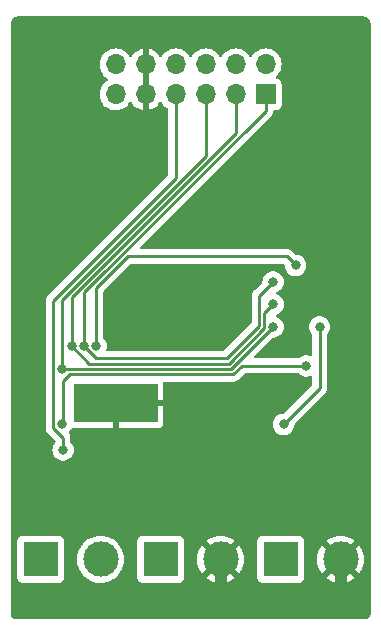
<source format=gbl>
G04 #@! TF.GenerationSoftware,KiCad,Pcbnew,7.0.9-7.0.9~ubuntu20.04.1*
G04 #@! TF.CreationDate,2024-01-18T00:40:07+01:00*
G04 #@! TF.ProjectId,kicad-pmod_bldc,6b696361-642d-4706-9d6f-645f626c6463,1.0*
G04 #@! TF.SameCoordinates,Original*
G04 #@! TF.FileFunction,Copper,L2,Bot*
G04 #@! TF.FilePolarity,Positive*
%FSLAX46Y46*%
G04 Gerber Fmt 4.6, Leading zero omitted, Abs format (unit mm)*
G04 Created by KiCad (PCBNEW 7.0.9-7.0.9~ubuntu20.04.1) date 2024-01-18 00:40:07*
%MOMM*%
%LPD*%
G01*
G04 APERTURE LIST*
G04 #@! TA.AperFunction,ComponentPad*
%ADD10R,1.700000X1.700000*%
G04 #@! TD*
G04 #@! TA.AperFunction,ComponentPad*
%ADD11O,1.700000X1.700000*%
G04 #@! TD*
G04 #@! TA.AperFunction,ComponentPad*
%ADD12R,3.000000X3.000000*%
G04 #@! TD*
G04 #@! TA.AperFunction,ComponentPad*
%ADD13C,3.000000*%
G04 #@! TD*
G04 #@! TA.AperFunction,ComponentPad*
%ADD14C,0.600000*%
G04 #@! TD*
G04 #@! TA.AperFunction,SMDPad,CuDef*
%ADD15R,7.100000X3.200000*%
G04 #@! TD*
G04 #@! TA.AperFunction,ViaPad*
%ADD16C,0.800000*%
G04 #@! TD*
G04 #@! TA.AperFunction,Conductor*
%ADD17C,0.400000*%
G04 #@! TD*
G04 #@! TA.AperFunction,Conductor*
%ADD18C,1.000000*%
G04 #@! TD*
G04 #@! TA.AperFunction,Conductor*
%ADD19C,0.250000*%
G04 #@! TD*
G04 APERTURE END LIST*
D10*
X120650000Y-57150000D03*
D11*
X120650000Y-54610000D03*
X118110000Y-57150000D03*
X118110000Y-54610000D03*
X115570000Y-57150000D03*
X115570000Y-54610000D03*
X113030000Y-57150000D03*
X113030000Y-54610000D03*
X110490000Y-57150000D03*
X110490000Y-54610000D03*
X107950000Y-57150000D03*
X107950000Y-54610000D03*
D12*
X121920000Y-96520000D03*
D13*
X127000000Y-96520000D03*
D12*
X101600000Y-96520000D03*
D13*
X106680000Y-96520000D03*
D14*
X111200000Y-82012000D03*
X109900000Y-82012000D03*
X108600000Y-82012000D03*
X107300000Y-82012000D03*
X106000000Y-82012000D03*
X104700000Y-82012000D03*
X111200000Y-83312000D03*
X109900000Y-83312000D03*
X108600000Y-83312000D03*
D15*
X107950000Y-83312000D03*
D14*
X107300000Y-83312000D03*
X106000000Y-83312000D03*
X104700000Y-83312000D03*
X111200000Y-84612000D03*
X109900000Y-84612000D03*
X108600000Y-84612000D03*
X107300000Y-84612000D03*
X106000000Y-84612000D03*
X104700000Y-84612000D03*
D12*
X111760000Y-96520000D03*
D13*
X116840000Y-96520000D03*
D16*
X105994200Y-87630000D03*
X107442000Y-67564000D03*
X122174000Y-85090000D03*
X125222000Y-76835000D03*
X106299000Y-78486000D03*
X123190000Y-71628000D03*
X105283000Y-78486000D03*
X121285000Y-73025000D03*
X121285000Y-74930000D03*
X104267000Y-78486000D03*
X103378000Y-80391000D03*
X121285000Y-76835000D03*
X124079000Y-80137000D03*
X103377500Y-85051500D03*
X103505000Y-87249000D03*
D17*
X107442000Y-67564000D02*
X107442000Y-62611000D01*
D18*
X116840000Y-99695000D02*
X116840000Y-96520000D01*
X127000000Y-99695000D02*
X116840000Y-99695000D01*
D17*
X110490000Y-57150000D02*
X110490000Y-54610000D01*
X110490000Y-59563000D02*
X110490000Y-57150000D01*
X107442000Y-62611000D02*
X110490000Y-59563000D01*
D18*
X127000000Y-96520000D02*
X127000000Y-99695000D01*
D19*
X106299000Y-73535792D02*
X106299000Y-78486000D01*
X125222000Y-76835000D02*
X125222000Y-82042000D01*
X108967396Y-70867396D02*
X106299000Y-73535792D01*
X125222000Y-82042000D02*
X122174000Y-85090000D01*
X122429396Y-70867396D02*
X108967396Y-70867396D01*
X123190000Y-71628000D02*
X122429396Y-70867396D01*
X105283000Y-73915396D02*
X120650000Y-58548396D01*
X105283000Y-78486000D02*
X105283000Y-73915396D01*
X120110000Y-76737208D02*
X120110000Y-74200000D01*
X120110000Y-74200000D02*
X121285000Y-73025000D01*
X106278695Y-79491000D02*
X117356208Y-79491000D01*
X105283000Y-78486000D02*
X105283000Y-78495305D01*
X105283000Y-78495305D02*
X106278695Y-79491000D01*
X117356208Y-79491000D02*
X120110000Y-76737208D01*
X120650000Y-58548396D02*
X120650000Y-57150000D01*
X104267000Y-78486000D02*
X104267000Y-78495305D01*
X104267000Y-78495305D02*
X105712695Y-79941000D01*
X120560000Y-75655000D02*
X121285000Y-74930000D01*
X105712695Y-79941000D02*
X117542604Y-79941000D01*
X118110000Y-60452000D02*
X118110000Y-57150000D01*
X117542604Y-79941000D02*
X120560000Y-76923604D01*
X104267000Y-78486000D02*
X104267000Y-74295000D01*
X120560000Y-76923604D02*
X120560000Y-75655000D01*
X104267000Y-74295000D02*
X118110000Y-60452000D01*
X103378000Y-80391000D02*
X117729000Y-80391000D01*
X115570000Y-62355604D02*
X115570000Y-57150000D01*
X103378000Y-80391000D02*
X103378000Y-74547604D01*
X117729000Y-80391000D02*
X121285000Y-76835000D01*
X103378000Y-74547604D02*
X115570000Y-62355604D01*
X103505000Y-84924000D02*
X103505000Y-81407000D01*
X104071000Y-80841000D02*
X117915396Y-80841000D01*
X117915396Y-80841000D02*
X118619396Y-80137000D01*
X103505000Y-81407000D02*
X104071000Y-80841000D01*
X103377500Y-85051500D02*
X103505000Y-84924000D01*
X118619396Y-80137000D02*
X124079000Y-80137000D01*
X102653000Y-85381000D02*
X102653000Y-74636208D01*
X102653000Y-74636208D02*
X113030000Y-64259208D01*
X113030000Y-64259208D02*
X113030000Y-57150000D01*
X103505000Y-87249000D02*
X103505000Y-86233000D01*
X103505000Y-86233000D02*
X102653000Y-85381000D01*
G04 #@! TA.AperFunction,Conductor*
G36*
X110740000Y-56714498D02*
G01*
X110632315Y-56665320D01*
X110525763Y-56650000D01*
X110454237Y-56650000D01*
X110347685Y-56665320D01*
X110240000Y-56714498D01*
X110240000Y-55045501D01*
X110347685Y-55094680D01*
X110454237Y-55110000D01*
X110525763Y-55110000D01*
X110632315Y-55094680D01*
X110740000Y-55045501D01*
X110740000Y-56714498D01*
G37*
G04 #@! TD.AperFunction*
G04 #@! TA.AperFunction,Conductor*
G36*
X128908460Y-50546890D02*
G01*
X128911301Y-50547209D01*
X128931348Y-50549468D01*
X129043499Y-50564233D01*
X129068249Y-50570126D01*
X129112451Y-50585593D01*
X129115637Y-50586810D01*
X129190533Y-50617833D01*
X129209028Y-50627387D01*
X129241778Y-50647965D01*
X129254423Y-50655911D01*
X129259168Y-50659210D01*
X129323502Y-50708575D01*
X129329590Y-50713914D01*
X129372083Y-50756407D01*
X129377429Y-50762503D01*
X129426778Y-50826816D01*
X129430087Y-50831575D01*
X129448162Y-50860339D01*
X129458607Y-50876962D01*
X129468172Y-50895478D01*
X129499176Y-50970329D01*
X129500416Y-50973578D01*
X129515869Y-51017740D01*
X129521767Y-51042510D01*
X129536531Y-51154654D01*
X129536538Y-51154715D01*
X129539110Y-51177538D01*
X129539500Y-51184481D01*
X129539500Y-101088517D01*
X129539110Y-101095465D01*
X129536532Y-101118340D01*
X129525810Y-101199773D01*
X129519913Y-101224540D01*
X129507767Y-101259249D01*
X129506527Y-101262499D01*
X129483564Y-101317936D01*
X129473998Y-101336454D01*
X129451731Y-101371892D01*
X129448419Y-101376653D01*
X129410901Y-101425547D01*
X129405548Y-101431650D01*
X129371650Y-101465548D01*
X129365547Y-101470901D01*
X129316653Y-101508419D01*
X129311892Y-101511731D01*
X129276454Y-101533998D01*
X129257936Y-101543564D01*
X129202499Y-101566527D01*
X129199249Y-101567767D01*
X129164540Y-101579913D01*
X129139773Y-101585810D01*
X129058340Y-101596532D01*
X129050728Y-101597389D01*
X129035457Y-101599110D01*
X129028517Y-101599500D01*
X99571482Y-101599500D01*
X99564543Y-101599110D01*
X99545079Y-101596917D01*
X99541659Y-101596532D01*
X99460225Y-101585810D01*
X99435458Y-101579913D01*
X99400749Y-101567767D01*
X99397499Y-101566527D01*
X99342062Y-101543564D01*
X99323544Y-101533998D01*
X99288106Y-101511731D01*
X99283352Y-101508424D01*
X99234446Y-101470897D01*
X99228348Y-101465548D01*
X99194450Y-101431650D01*
X99189104Y-101425555D01*
X99151569Y-101376638D01*
X99148277Y-101371906D01*
X99125997Y-101336449D01*
X99116437Y-101317941D01*
X99093458Y-101262466D01*
X99092231Y-101259249D01*
X99080082Y-101224529D01*
X99074188Y-101199770D01*
X99063468Y-101118340D01*
X99061570Y-101101498D01*
X99060890Y-101095459D01*
X99060500Y-101088513D01*
X99060500Y-98067870D01*
X99599500Y-98067870D01*
X99599501Y-98067876D01*
X99605908Y-98127483D01*
X99656202Y-98262328D01*
X99656206Y-98262335D01*
X99742452Y-98377544D01*
X99742455Y-98377547D01*
X99857664Y-98463793D01*
X99857671Y-98463797D01*
X99992517Y-98514091D01*
X99992516Y-98514091D01*
X99999444Y-98514835D01*
X100052127Y-98520500D01*
X103147872Y-98520499D01*
X103207483Y-98514091D01*
X103342331Y-98463796D01*
X103457546Y-98377546D01*
X103543796Y-98262331D01*
X103594091Y-98127483D01*
X103600500Y-98067873D01*
X103600500Y-96520001D01*
X104674390Y-96520001D01*
X104694804Y-96805433D01*
X104755628Y-97085037D01*
X104755630Y-97085043D01*
X104755631Y-97085046D01*
X104828345Y-97280000D01*
X104855635Y-97353166D01*
X104992770Y-97604309D01*
X104992775Y-97604317D01*
X105164254Y-97833387D01*
X105164270Y-97833405D01*
X105366594Y-98035729D01*
X105366612Y-98035745D01*
X105595682Y-98207224D01*
X105595690Y-98207229D01*
X105846833Y-98344364D01*
X105846832Y-98344364D01*
X105846836Y-98344365D01*
X105846839Y-98344367D01*
X106114954Y-98444369D01*
X106114960Y-98444370D01*
X106114962Y-98444371D01*
X106394566Y-98505195D01*
X106394568Y-98505195D01*
X106394572Y-98505196D01*
X106648220Y-98523337D01*
X106679999Y-98525610D01*
X106680000Y-98525610D01*
X106680001Y-98525610D01*
X106708595Y-98523564D01*
X106965428Y-98505196D01*
X107155742Y-98463796D01*
X107245037Y-98444371D01*
X107245037Y-98444370D01*
X107245046Y-98444369D01*
X107513161Y-98344367D01*
X107764315Y-98207226D01*
X107950473Y-98067870D01*
X109759500Y-98067870D01*
X109759501Y-98067876D01*
X109765908Y-98127483D01*
X109816202Y-98262328D01*
X109816206Y-98262335D01*
X109902452Y-98377544D01*
X109902455Y-98377547D01*
X110017664Y-98463793D01*
X110017671Y-98463797D01*
X110152517Y-98514091D01*
X110152516Y-98514091D01*
X110159444Y-98514835D01*
X110212127Y-98520500D01*
X113307872Y-98520499D01*
X113367483Y-98514091D01*
X113502331Y-98463796D01*
X113617546Y-98377546D01*
X113703796Y-98262331D01*
X113754091Y-98127483D01*
X113760500Y-98067873D01*
X113760500Y-96520001D01*
X114834891Y-96520001D01*
X114855300Y-96805362D01*
X114916109Y-97084895D01*
X115016091Y-97352958D01*
X115153191Y-97604038D01*
X115153196Y-97604046D01*
X115259882Y-97746561D01*
X115259883Y-97746562D01*
X116155195Y-96851250D01*
X116177340Y-96902587D01*
X116283433Y-97045094D01*
X116419530Y-97159294D01*
X116509216Y-97204335D01*
X115613436Y-98100115D01*
X115755960Y-98206807D01*
X115755961Y-98206808D01*
X116007042Y-98343908D01*
X116007041Y-98343908D01*
X116275104Y-98443890D01*
X116554637Y-98504699D01*
X116839999Y-98525109D01*
X116840001Y-98525109D01*
X117125362Y-98504699D01*
X117404895Y-98443890D01*
X117672958Y-98343908D01*
X117924047Y-98206803D01*
X118066561Y-98100116D01*
X118066562Y-98100115D01*
X118034317Y-98067870D01*
X119919500Y-98067870D01*
X119919501Y-98067876D01*
X119925908Y-98127483D01*
X119976202Y-98262328D01*
X119976206Y-98262335D01*
X120062452Y-98377544D01*
X120062455Y-98377547D01*
X120177664Y-98463793D01*
X120177671Y-98463797D01*
X120312517Y-98514091D01*
X120312516Y-98514091D01*
X120319444Y-98514835D01*
X120372127Y-98520500D01*
X123467872Y-98520499D01*
X123527483Y-98514091D01*
X123662331Y-98463796D01*
X123777546Y-98377546D01*
X123863796Y-98262331D01*
X123914091Y-98127483D01*
X123920500Y-98067873D01*
X123920500Y-96520001D01*
X124994891Y-96520001D01*
X125015300Y-96805362D01*
X125076109Y-97084895D01*
X125176091Y-97352958D01*
X125313191Y-97604038D01*
X125313196Y-97604046D01*
X125419882Y-97746561D01*
X125419883Y-97746562D01*
X126315195Y-96851250D01*
X126337340Y-96902587D01*
X126443433Y-97045094D01*
X126579530Y-97159294D01*
X126669216Y-97204335D01*
X125773436Y-98100115D01*
X125915960Y-98206807D01*
X125915961Y-98206808D01*
X126167042Y-98343908D01*
X126167041Y-98343908D01*
X126435104Y-98443890D01*
X126714637Y-98504699D01*
X126999999Y-98525109D01*
X127000001Y-98525109D01*
X127285362Y-98504699D01*
X127564895Y-98443890D01*
X127832958Y-98343908D01*
X128084047Y-98206803D01*
X128226561Y-98100116D01*
X128226562Y-98100115D01*
X127333748Y-97207300D01*
X127343409Y-97203784D01*
X127491844Y-97106157D01*
X127613764Y-96976930D01*
X127685768Y-96852215D01*
X128580115Y-97746562D01*
X128580116Y-97746561D01*
X128686803Y-97604047D01*
X128823908Y-97352958D01*
X128923890Y-97084895D01*
X128984699Y-96805362D01*
X129005109Y-96520001D01*
X129005109Y-96519998D01*
X128984699Y-96234637D01*
X128923890Y-95955104D01*
X128823908Y-95687041D01*
X128686808Y-95435961D01*
X128686807Y-95435960D01*
X128580115Y-95293436D01*
X127684803Y-96188747D01*
X127662660Y-96137413D01*
X127556567Y-95994906D01*
X127420470Y-95880706D01*
X127330782Y-95835663D01*
X128226562Y-94939883D01*
X128226561Y-94939882D01*
X128084046Y-94833196D01*
X128084038Y-94833191D01*
X127832957Y-94696091D01*
X127832958Y-94696091D01*
X127564895Y-94596109D01*
X127285362Y-94535300D01*
X127000001Y-94514891D01*
X126999999Y-94514891D01*
X126714637Y-94535300D01*
X126435104Y-94596109D01*
X126167041Y-94696091D01*
X125915961Y-94833191D01*
X125915953Y-94833196D01*
X125773437Y-94939882D01*
X125773436Y-94939883D01*
X126666252Y-95832699D01*
X126656591Y-95836216D01*
X126508156Y-95933843D01*
X126386236Y-96063070D01*
X126314231Y-96187784D01*
X125419883Y-95293436D01*
X125419882Y-95293437D01*
X125313196Y-95435953D01*
X125313191Y-95435961D01*
X125176091Y-95687041D01*
X125076109Y-95955104D01*
X125015300Y-96234637D01*
X124994891Y-96519998D01*
X124994891Y-96520001D01*
X123920500Y-96520001D01*
X123920499Y-94972128D01*
X123914091Y-94912517D01*
X123884506Y-94833196D01*
X123863797Y-94777671D01*
X123863793Y-94777664D01*
X123777547Y-94662455D01*
X123777544Y-94662452D01*
X123662335Y-94576206D01*
X123662328Y-94576202D01*
X123527482Y-94525908D01*
X123527483Y-94525908D01*
X123467883Y-94519501D01*
X123467881Y-94519500D01*
X123467873Y-94519500D01*
X123467864Y-94519500D01*
X120372129Y-94519500D01*
X120372123Y-94519501D01*
X120312516Y-94525908D01*
X120177671Y-94576202D01*
X120177664Y-94576206D01*
X120062455Y-94662452D01*
X120062452Y-94662455D01*
X119976206Y-94777664D01*
X119976202Y-94777671D01*
X119925908Y-94912517D01*
X119919501Y-94972116D01*
X119919501Y-94972123D01*
X119919500Y-94972135D01*
X119919500Y-98067870D01*
X118034317Y-98067870D01*
X117173748Y-97207300D01*
X117183409Y-97203784D01*
X117331844Y-97106157D01*
X117453764Y-96976930D01*
X117525768Y-96852215D01*
X118420115Y-97746562D01*
X118420116Y-97746561D01*
X118526803Y-97604047D01*
X118663908Y-97352958D01*
X118763890Y-97084895D01*
X118824699Y-96805362D01*
X118845109Y-96520001D01*
X118845109Y-96519998D01*
X118824699Y-96234637D01*
X118763890Y-95955104D01*
X118663908Y-95687041D01*
X118526808Y-95435961D01*
X118526807Y-95435960D01*
X118420115Y-95293436D01*
X117524803Y-96188747D01*
X117502660Y-96137413D01*
X117396567Y-95994906D01*
X117260470Y-95880706D01*
X117170782Y-95835663D01*
X118066562Y-94939883D01*
X118066561Y-94939882D01*
X117924046Y-94833196D01*
X117924038Y-94833191D01*
X117672957Y-94696091D01*
X117672958Y-94696091D01*
X117404895Y-94596109D01*
X117125362Y-94535300D01*
X116840001Y-94514891D01*
X116839999Y-94514891D01*
X116554637Y-94535300D01*
X116275104Y-94596109D01*
X116007041Y-94696091D01*
X115755961Y-94833191D01*
X115755953Y-94833196D01*
X115613437Y-94939882D01*
X115613436Y-94939883D01*
X116506252Y-95832699D01*
X116496591Y-95836216D01*
X116348156Y-95933843D01*
X116226236Y-96063070D01*
X116154231Y-96187784D01*
X115259883Y-95293436D01*
X115259882Y-95293437D01*
X115153196Y-95435953D01*
X115153191Y-95435961D01*
X115016091Y-95687041D01*
X114916109Y-95955104D01*
X114855300Y-96234637D01*
X114834891Y-96519998D01*
X114834891Y-96520001D01*
X113760500Y-96520001D01*
X113760499Y-94972128D01*
X113754091Y-94912517D01*
X113724506Y-94833196D01*
X113703797Y-94777671D01*
X113703793Y-94777664D01*
X113617547Y-94662455D01*
X113617544Y-94662452D01*
X113502335Y-94576206D01*
X113502328Y-94576202D01*
X113367482Y-94525908D01*
X113367483Y-94525908D01*
X113307883Y-94519501D01*
X113307881Y-94519500D01*
X113307873Y-94519500D01*
X113307864Y-94519500D01*
X110212129Y-94519500D01*
X110212123Y-94519501D01*
X110152516Y-94525908D01*
X110017671Y-94576202D01*
X110017664Y-94576206D01*
X109902455Y-94662452D01*
X109902452Y-94662455D01*
X109816206Y-94777664D01*
X109816202Y-94777671D01*
X109765908Y-94912517D01*
X109759501Y-94972116D01*
X109759501Y-94972123D01*
X109759500Y-94972135D01*
X109759500Y-98067870D01*
X107950473Y-98067870D01*
X107993395Y-98035739D01*
X108195739Y-97833395D01*
X108367226Y-97604315D01*
X108504367Y-97353161D01*
X108604369Y-97085046D01*
X108665196Y-96805428D01*
X108685610Y-96520000D01*
X108665196Y-96234572D01*
X108661358Y-96216930D01*
X108604371Y-95954962D01*
X108604370Y-95954960D01*
X108604369Y-95954954D01*
X108504367Y-95686839D01*
X108367372Y-95435953D01*
X108367229Y-95435690D01*
X108367224Y-95435682D01*
X108195745Y-95206612D01*
X108195729Y-95206594D01*
X107993405Y-95004270D01*
X107993387Y-95004254D01*
X107764317Y-94832775D01*
X107764309Y-94832770D01*
X107513166Y-94695635D01*
X107513167Y-94695635D01*
X107405915Y-94655632D01*
X107245046Y-94595631D01*
X107245043Y-94595630D01*
X107245037Y-94595628D01*
X106965433Y-94534804D01*
X106680001Y-94514390D01*
X106679999Y-94514390D01*
X106394566Y-94534804D01*
X106114962Y-94595628D01*
X105846833Y-94695635D01*
X105595690Y-94832770D01*
X105595682Y-94832775D01*
X105366612Y-95004254D01*
X105366594Y-95004270D01*
X105164270Y-95206594D01*
X105164254Y-95206612D01*
X104992775Y-95435682D01*
X104992770Y-95435690D01*
X104855635Y-95686833D01*
X104755628Y-95954962D01*
X104694804Y-96234566D01*
X104674390Y-96519998D01*
X104674390Y-96520001D01*
X103600500Y-96520001D01*
X103600499Y-94972128D01*
X103594091Y-94912517D01*
X103564506Y-94833196D01*
X103543797Y-94777671D01*
X103543793Y-94777664D01*
X103457547Y-94662455D01*
X103457544Y-94662452D01*
X103342335Y-94576206D01*
X103342328Y-94576202D01*
X103207482Y-94525908D01*
X103207483Y-94525908D01*
X103147883Y-94519501D01*
X103147881Y-94519500D01*
X103147873Y-94519500D01*
X103147864Y-94519500D01*
X100052129Y-94519500D01*
X100052123Y-94519501D01*
X99992516Y-94525908D01*
X99857671Y-94576202D01*
X99857664Y-94576206D01*
X99742455Y-94662452D01*
X99742452Y-94662455D01*
X99656206Y-94777664D01*
X99656202Y-94777671D01*
X99605908Y-94912517D01*
X99599501Y-94972116D01*
X99599501Y-94972123D01*
X99599500Y-94972135D01*
X99599500Y-98067870D01*
X99060500Y-98067870D01*
X99060500Y-74616403D01*
X102022840Y-74616403D01*
X102027225Y-74662791D01*
X102027500Y-74668629D01*
X102027500Y-85298255D01*
X102025775Y-85313872D01*
X102026061Y-85313899D01*
X102025326Y-85321665D01*
X102027500Y-85390814D01*
X102027500Y-85420343D01*
X102027501Y-85420360D01*
X102028368Y-85427231D01*
X102028826Y-85433050D01*
X102030290Y-85479624D01*
X102030291Y-85479627D01*
X102035880Y-85498867D01*
X102039824Y-85517911D01*
X102042336Y-85537791D01*
X102059490Y-85581119D01*
X102061382Y-85586647D01*
X102074381Y-85631388D01*
X102084580Y-85648634D01*
X102093138Y-85666103D01*
X102100514Y-85684732D01*
X102127898Y-85722423D01*
X102131106Y-85727307D01*
X102154827Y-85767416D01*
X102154833Y-85767424D01*
X102168990Y-85781580D01*
X102181627Y-85796375D01*
X102193406Y-85812587D01*
X102226377Y-85839863D01*
X102229309Y-85842288D01*
X102233620Y-85846210D01*
X102568353Y-86180943D01*
X102843181Y-86455771D01*
X102876666Y-86517094D01*
X102879500Y-86543452D01*
X102879500Y-86550312D01*
X102859815Y-86617351D01*
X102847650Y-86633284D01*
X102772466Y-86716784D01*
X102677821Y-86880715D01*
X102677818Y-86880722D01*
X102619327Y-87060740D01*
X102619326Y-87060744D01*
X102599540Y-87249000D01*
X102619326Y-87437256D01*
X102619327Y-87437259D01*
X102677818Y-87617277D01*
X102677821Y-87617284D01*
X102772467Y-87781216D01*
X102899129Y-87921888D01*
X103052265Y-88033148D01*
X103052270Y-88033151D01*
X103225192Y-88110142D01*
X103225197Y-88110144D01*
X103410354Y-88149500D01*
X103410355Y-88149500D01*
X103599644Y-88149500D01*
X103599646Y-88149500D01*
X103784803Y-88110144D01*
X103957730Y-88033151D01*
X104110871Y-87921888D01*
X104237533Y-87781216D01*
X104332179Y-87617284D01*
X104390674Y-87437256D01*
X104410460Y-87249000D01*
X104390674Y-87060744D01*
X104332179Y-86880716D01*
X104237533Y-86716784D01*
X104162350Y-86633284D01*
X104132120Y-86570292D01*
X104130500Y-86550312D01*
X104130500Y-86315742D01*
X104132224Y-86300122D01*
X104131939Y-86300096D01*
X104132671Y-86292340D01*
X104132673Y-86292333D01*
X104130500Y-86223185D01*
X104130500Y-86193650D01*
X104129631Y-86186772D01*
X104129172Y-86180943D01*
X104127709Y-86134372D01*
X104122122Y-86115144D01*
X104118174Y-86096084D01*
X104115663Y-86076204D01*
X104098512Y-86032887D01*
X104096619Y-86027358D01*
X104083618Y-85982609D01*
X104083616Y-85982606D01*
X104073423Y-85965371D01*
X104064861Y-85947894D01*
X104057487Y-85929270D01*
X104057486Y-85929268D01*
X104030079Y-85891545D01*
X104026888Y-85886686D01*
X104019473Y-85874148D01*
X104003170Y-85846580D01*
X103999198Y-85839863D01*
X104001668Y-85838402D01*
X103981099Y-85785996D01*
X103994787Y-85717480D01*
X104012459Y-85692082D01*
X104110033Y-85583716D01*
X104177163Y-85467442D01*
X104227728Y-85419229D01*
X104296335Y-85406005D01*
X104297806Y-85406155D01*
X104352158Y-85411999D01*
X104352172Y-85412000D01*
X104651591Y-85412000D01*
X104658539Y-85412390D01*
X104699998Y-85417062D01*
X104700002Y-85417062D01*
X104741461Y-85412390D01*
X104748409Y-85412000D01*
X105951591Y-85412000D01*
X105958539Y-85412390D01*
X105999998Y-85417062D01*
X106000002Y-85417062D01*
X106041461Y-85412390D01*
X106048409Y-85412000D01*
X107251591Y-85412000D01*
X107258539Y-85412390D01*
X107299998Y-85417062D01*
X107300002Y-85417062D01*
X107341461Y-85412390D01*
X107348409Y-85412000D01*
X107700000Y-85412000D01*
X107700000Y-83562000D01*
X108200000Y-83562000D01*
X108200000Y-85412000D01*
X108551591Y-85412000D01*
X108558539Y-85412390D01*
X108599998Y-85417062D01*
X108600002Y-85417062D01*
X108641461Y-85412390D01*
X108648409Y-85412000D01*
X109851591Y-85412000D01*
X109858539Y-85412390D01*
X109899998Y-85417062D01*
X109900002Y-85417062D01*
X109941461Y-85412390D01*
X109948409Y-85412000D01*
X111151591Y-85412000D01*
X111158539Y-85412390D01*
X111199998Y-85417062D01*
X111200002Y-85417062D01*
X111241461Y-85412390D01*
X111248409Y-85412000D01*
X111547828Y-85412000D01*
X111547844Y-85411999D01*
X111607372Y-85405598D01*
X111607379Y-85405596D01*
X111742086Y-85355354D01*
X111742093Y-85355350D01*
X111857187Y-85269190D01*
X111857190Y-85269187D01*
X111943350Y-85154093D01*
X111943354Y-85154086D01*
X111993596Y-85019379D01*
X111993598Y-85019372D01*
X111999999Y-84959844D01*
X112000000Y-84959827D01*
X112000000Y-84660407D01*
X112000390Y-84653459D01*
X112005062Y-84612000D01*
X112005062Y-84611998D01*
X112000390Y-84570539D01*
X112000000Y-84563591D01*
X112000000Y-83562000D01*
X108200000Y-83562000D01*
X107700000Y-83562000D01*
X107700000Y-83312000D01*
X108444709Y-83312000D01*
X108465514Y-83389645D01*
X108522355Y-83446486D01*
X108580254Y-83462000D01*
X108619746Y-83462000D01*
X108677645Y-83446486D01*
X108734486Y-83389646D01*
X108755291Y-83312000D01*
X109744709Y-83312000D01*
X109765514Y-83389645D01*
X109822355Y-83446486D01*
X109880254Y-83462000D01*
X109919746Y-83462000D01*
X109977645Y-83446486D01*
X110034486Y-83389646D01*
X110055291Y-83312000D01*
X111044709Y-83312000D01*
X111065514Y-83389645D01*
X111122355Y-83446486D01*
X111180254Y-83462000D01*
X111219746Y-83462000D01*
X111277645Y-83446486D01*
X111334486Y-83389646D01*
X111355291Y-83312000D01*
X111334486Y-83234355D01*
X111277645Y-83177514D01*
X111219746Y-83162000D01*
X111180254Y-83162000D01*
X111122355Y-83177514D01*
X111065514Y-83234354D01*
X111044709Y-83312000D01*
X110055291Y-83312000D01*
X110034486Y-83234355D01*
X109977645Y-83177514D01*
X109919746Y-83162000D01*
X109880254Y-83162000D01*
X109822355Y-83177514D01*
X109765514Y-83234354D01*
X109744709Y-83312000D01*
X108755291Y-83312000D01*
X108734486Y-83234355D01*
X108677645Y-83177514D01*
X108619746Y-83162000D01*
X108580254Y-83162000D01*
X108522355Y-83177514D01*
X108465514Y-83234354D01*
X108444709Y-83312000D01*
X107700000Y-83312000D01*
X107700000Y-83186000D01*
X107719685Y-83118961D01*
X107772489Y-83073206D01*
X107824000Y-83062000D01*
X112000000Y-83062000D01*
X112000000Y-82060407D01*
X112000390Y-82053459D01*
X112005062Y-82012000D01*
X112005062Y-82011998D01*
X112000390Y-81970539D01*
X112000000Y-81963591D01*
X112000000Y-81664172D01*
X111999999Y-81664155D01*
X111993505Y-81603756D01*
X112005910Y-81534996D01*
X112053520Y-81483859D01*
X112116794Y-81466500D01*
X117832653Y-81466500D01*
X117848273Y-81468224D01*
X117848300Y-81467939D01*
X117856056Y-81468671D01*
X117856063Y-81468673D01*
X117925210Y-81466500D01*
X117954746Y-81466500D01*
X117961624Y-81465630D01*
X117967437Y-81465172D01*
X118014023Y-81463709D01*
X118033265Y-81458117D01*
X118052308Y-81454174D01*
X118072188Y-81451664D01*
X118115518Y-81434507D01*
X118121042Y-81432617D01*
X118124792Y-81431527D01*
X118165786Y-81419618D01*
X118183025Y-81409422D01*
X118200499Y-81400862D01*
X118219123Y-81393488D01*
X118219123Y-81393487D01*
X118219128Y-81393486D01*
X118256845Y-81366082D01*
X118261701Y-81362892D01*
X118301816Y-81339170D01*
X118315985Y-81324999D01*
X118330775Y-81312368D01*
X118346983Y-81300594D01*
X118376695Y-81264676D01*
X118380608Y-81260376D01*
X118842169Y-80798816D01*
X118903491Y-80765334D01*
X118929849Y-80762500D01*
X123375252Y-80762500D01*
X123442291Y-80782185D01*
X123467400Y-80803526D01*
X123473126Y-80809885D01*
X123473130Y-80809889D01*
X123626265Y-80921148D01*
X123626270Y-80921151D01*
X123799192Y-80998142D01*
X123799197Y-80998144D01*
X123984354Y-81037500D01*
X123984355Y-81037500D01*
X124173644Y-81037500D01*
X124173646Y-81037500D01*
X124358803Y-80998144D01*
X124422064Y-80969977D01*
X124491313Y-80960692D01*
X124554590Y-80990320D01*
X124591804Y-81049455D01*
X124596500Y-81083257D01*
X124596500Y-81731547D01*
X124576815Y-81798586D01*
X124560181Y-81819228D01*
X122226228Y-84153181D01*
X122164905Y-84186666D01*
X122138547Y-84189500D01*
X122079354Y-84189500D01*
X122046897Y-84196398D01*
X121894197Y-84228855D01*
X121894192Y-84228857D01*
X121721270Y-84305848D01*
X121721265Y-84305851D01*
X121568129Y-84417111D01*
X121441466Y-84557785D01*
X121346821Y-84721715D01*
X121346818Y-84721722D01*
X121300835Y-84863244D01*
X121288326Y-84901744D01*
X121268540Y-85090000D01*
X121288326Y-85278256D01*
X121288327Y-85278259D01*
X121346818Y-85458277D01*
X121346821Y-85458284D01*
X121441467Y-85622216D01*
X121533831Y-85724796D01*
X121568129Y-85762888D01*
X121721265Y-85874148D01*
X121721270Y-85874151D01*
X121894192Y-85951142D01*
X121894197Y-85951144D01*
X122079354Y-85990500D01*
X122079355Y-85990500D01*
X122268644Y-85990500D01*
X122268646Y-85990500D01*
X122453803Y-85951144D01*
X122626730Y-85874151D01*
X122779871Y-85762888D01*
X122906533Y-85622216D01*
X123001179Y-85458284D01*
X123059674Y-85278256D01*
X123077321Y-85110344D01*
X123103904Y-85045734D01*
X123112951Y-85035638D01*
X125605788Y-82542801D01*
X125618042Y-82532986D01*
X125617859Y-82532764D01*
X125623866Y-82527792D01*
X125623877Y-82527786D01*
X125654775Y-82494882D01*
X125671227Y-82477364D01*
X125681671Y-82466918D01*
X125692120Y-82456471D01*
X125696379Y-82450978D01*
X125700152Y-82446561D01*
X125732062Y-82412582D01*
X125741715Y-82395020D01*
X125752389Y-82378770D01*
X125764673Y-82362936D01*
X125783180Y-82320167D01*
X125785749Y-82314924D01*
X125808196Y-82274093D01*
X125808197Y-82274092D01*
X125813177Y-82254691D01*
X125819478Y-82236288D01*
X125827438Y-82217896D01*
X125834730Y-82171849D01*
X125835911Y-82166152D01*
X125836977Y-82162000D01*
X125847500Y-82121019D01*
X125847500Y-82100983D01*
X125849027Y-82081582D01*
X125852160Y-82061804D01*
X125847775Y-82015415D01*
X125847500Y-82009577D01*
X125847500Y-77533687D01*
X125867185Y-77466648D01*
X125879350Y-77450715D01*
X125897891Y-77430122D01*
X125954533Y-77367216D01*
X126049179Y-77203284D01*
X126107674Y-77023256D01*
X126127460Y-76835000D01*
X126107674Y-76646744D01*
X126049179Y-76466716D01*
X125954533Y-76302784D01*
X125827871Y-76162112D01*
X125827870Y-76162111D01*
X125674734Y-76050851D01*
X125674729Y-76050848D01*
X125501807Y-75973857D01*
X125501802Y-75973855D01*
X125356001Y-75942865D01*
X125316646Y-75934500D01*
X125127354Y-75934500D01*
X125094897Y-75941398D01*
X124942197Y-75973855D01*
X124942192Y-75973857D01*
X124769270Y-76050848D01*
X124769265Y-76050851D01*
X124616129Y-76162111D01*
X124489466Y-76302785D01*
X124394821Y-76466715D01*
X124394818Y-76466722D01*
X124336327Y-76646740D01*
X124336326Y-76646744D01*
X124316540Y-76835000D01*
X124336326Y-77023256D01*
X124336327Y-77023259D01*
X124394818Y-77203277D01*
X124394821Y-77203284D01*
X124489467Y-77367216D01*
X124532772Y-77415310D01*
X124564650Y-77450715D01*
X124594880Y-77513706D01*
X124596500Y-77533687D01*
X124596500Y-79190742D01*
X124576815Y-79257781D01*
X124524011Y-79303536D01*
X124454853Y-79313480D01*
X124422065Y-79304022D01*
X124358802Y-79275855D01*
X124213001Y-79244865D01*
X124173646Y-79236500D01*
X123984354Y-79236500D01*
X123951897Y-79243398D01*
X123799197Y-79275855D01*
X123799192Y-79275857D01*
X123626270Y-79352848D01*
X123626265Y-79352851D01*
X123473130Y-79464110D01*
X123473126Y-79464114D01*
X123467400Y-79470474D01*
X123407913Y-79507121D01*
X123375252Y-79511500D01*
X119792452Y-79511500D01*
X119725413Y-79491815D01*
X119679658Y-79439011D01*
X119669714Y-79369853D01*
X119698739Y-79306297D01*
X119704771Y-79299819D01*
X121232772Y-77771819D01*
X121294095Y-77738334D01*
X121320453Y-77735500D01*
X121379644Y-77735500D01*
X121379646Y-77735500D01*
X121564803Y-77696144D01*
X121737730Y-77619151D01*
X121890871Y-77507888D01*
X122017533Y-77367216D01*
X122112179Y-77203284D01*
X122170674Y-77023256D01*
X122190460Y-76835000D01*
X122170674Y-76646744D01*
X122112179Y-76466716D01*
X122017533Y-76302784D01*
X121890871Y-76162112D01*
X121890870Y-76162111D01*
X121737734Y-76050851D01*
X121737729Y-76050848D01*
X121614043Y-75995779D01*
X121560806Y-75950529D01*
X121540485Y-75883680D01*
X121559531Y-75816456D01*
X121611897Y-75770201D01*
X121614043Y-75769221D01*
X121666498Y-75745865D01*
X121737730Y-75714151D01*
X121890871Y-75602888D01*
X122017533Y-75462216D01*
X122112179Y-75298284D01*
X122170674Y-75118256D01*
X122190460Y-74930000D01*
X122170674Y-74741744D01*
X122112179Y-74561716D01*
X122017533Y-74397784D01*
X121890871Y-74257112D01*
X121856887Y-74232421D01*
X121737734Y-74145851D01*
X121737729Y-74145848D01*
X121614043Y-74090779D01*
X121560806Y-74045529D01*
X121540485Y-73978680D01*
X121559531Y-73911456D01*
X121611897Y-73865201D01*
X121614043Y-73864221D01*
X121666498Y-73840865D01*
X121737730Y-73809151D01*
X121890871Y-73697888D01*
X122017533Y-73557216D01*
X122112179Y-73393284D01*
X122170674Y-73213256D01*
X122190460Y-73025000D01*
X122170674Y-72836744D01*
X122112179Y-72656716D01*
X122017533Y-72492784D01*
X121890871Y-72352112D01*
X121890870Y-72352111D01*
X121737734Y-72240851D01*
X121737729Y-72240848D01*
X121564807Y-72163857D01*
X121564802Y-72163855D01*
X121419001Y-72132865D01*
X121379646Y-72124500D01*
X121190354Y-72124500D01*
X121157897Y-72131398D01*
X121005197Y-72163855D01*
X121005192Y-72163857D01*
X120832270Y-72240848D01*
X120832265Y-72240851D01*
X120679129Y-72352111D01*
X120552466Y-72492785D01*
X120457821Y-72656715D01*
X120457818Y-72656722D01*
X120399327Y-72836740D01*
X120399326Y-72836744D01*
X120381679Y-73004649D01*
X120355094Y-73069263D01*
X120346039Y-73079368D01*
X119726208Y-73699199D01*
X119713951Y-73709020D01*
X119714134Y-73709241D01*
X119708123Y-73714213D01*
X119660772Y-73764636D01*
X119639889Y-73785519D01*
X119639877Y-73785532D01*
X119635621Y-73791017D01*
X119631837Y-73795447D01*
X119599937Y-73829418D01*
X119599936Y-73829420D01*
X119590284Y-73846976D01*
X119579610Y-73863226D01*
X119567329Y-73879061D01*
X119567324Y-73879068D01*
X119548815Y-73921838D01*
X119546245Y-73927084D01*
X119523803Y-73967906D01*
X119518822Y-73987307D01*
X119512521Y-74005710D01*
X119504562Y-74024102D01*
X119504561Y-74024105D01*
X119497271Y-74070127D01*
X119496087Y-74075846D01*
X119484501Y-74120972D01*
X119484500Y-74120982D01*
X119484500Y-74141016D01*
X119482973Y-74160415D01*
X119479840Y-74180194D01*
X119479840Y-74180195D01*
X119484225Y-74226583D01*
X119484500Y-74232421D01*
X119484500Y-76426755D01*
X119464815Y-76493794D01*
X119448181Y-76514436D01*
X117133436Y-78829181D01*
X117072113Y-78862666D01*
X117045755Y-78865500D01*
X107293206Y-78865500D01*
X107226167Y-78845815D01*
X107180412Y-78793011D01*
X107170468Y-78723853D01*
X107175273Y-78703187D01*
X107184674Y-78674256D01*
X107204460Y-78486000D01*
X107184674Y-78297744D01*
X107126179Y-78117716D01*
X107031533Y-77953784D01*
X106956350Y-77870284D01*
X106926120Y-77807292D01*
X106924500Y-77787312D01*
X106924500Y-73846244D01*
X106944185Y-73779205D01*
X106960819Y-73758563D01*
X109190168Y-71529215D01*
X109251491Y-71495730D01*
X109277849Y-71492896D01*
X122118943Y-71492896D01*
X122185982Y-71512581D01*
X122206624Y-71529215D01*
X122251039Y-71573630D01*
X122284524Y-71634953D01*
X122286678Y-71648343D01*
X122304326Y-71816256D01*
X122304327Y-71816259D01*
X122362818Y-71996277D01*
X122362821Y-71996284D01*
X122457467Y-72160216D01*
X122584129Y-72300888D01*
X122737265Y-72412148D01*
X122737270Y-72412151D01*
X122910192Y-72489142D01*
X122910197Y-72489144D01*
X123095354Y-72528500D01*
X123095355Y-72528500D01*
X123284644Y-72528500D01*
X123284646Y-72528500D01*
X123469803Y-72489144D01*
X123642730Y-72412151D01*
X123795871Y-72300888D01*
X123922533Y-72160216D01*
X124017179Y-71996284D01*
X124075674Y-71816256D01*
X124095460Y-71628000D01*
X124075674Y-71439744D01*
X124017179Y-71259716D01*
X123922533Y-71095784D01*
X123795871Y-70955112D01*
X123795870Y-70955111D01*
X123642734Y-70843851D01*
X123642729Y-70843848D01*
X123469807Y-70766857D01*
X123469802Y-70766855D01*
X123324001Y-70735865D01*
X123284646Y-70727500D01*
X123284645Y-70727500D01*
X123225453Y-70727500D01*
X123158414Y-70707815D01*
X123137772Y-70691181D01*
X122930199Y-70483608D01*
X122920376Y-70471346D01*
X122920155Y-70471530D01*
X122915182Y-70465519D01*
X122864760Y-70418169D01*
X122854315Y-70407724D01*
X122843871Y-70397279D01*
X122838382Y-70393021D01*
X122833957Y-70389243D01*
X122799978Y-70357334D01*
X122799976Y-70357332D01*
X122799973Y-70357331D01*
X122782425Y-70347684D01*
X122766159Y-70337000D01*
X122750329Y-70324721D01*
X122707564Y-70306214D01*
X122702318Y-70303644D01*
X122661489Y-70281199D01*
X122661488Y-70281198D01*
X122642089Y-70276218D01*
X122623677Y-70269914D01*
X122605294Y-70261958D01*
X122605288Y-70261956D01*
X122559270Y-70254668D01*
X122553548Y-70253483D01*
X122508417Y-70241896D01*
X122508415Y-70241896D01*
X122488380Y-70241896D01*
X122468982Y-70240369D01*
X122461558Y-70239193D01*
X122449201Y-70237236D01*
X122449200Y-70237236D01*
X122402812Y-70241621D01*
X122396974Y-70241896D01*
X110140452Y-70241896D01*
X110073413Y-70222211D01*
X110027658Y-70169407D01*
X110017714Y-70100249D01*
X110046739Y-70036693D01*
X110052771Y-70030215D01*
X121033788Y-59049197D01*
X121046042Y-59039382D01*
X121045859Y-59039160D01*
X121051866Y-59034188D01*
X121051877Y-59034182D01*
X121082775Y-59001278D01*
X121099227Y-58983760D01*
X121109671Y-58973314D01*
X121120120Y-58962867D01*
X121124379Y-58957374D01*
X121128152Y-58952957D01*
X121160062Y-58918978D01*
X121169715Y-58901416D01*
X121180389Y-58885166D01*
X121192673Y-58869332D01*
X121211180Y-58826563D01*
X121213749Y-58821320D01*
X121236196Y-58780489D01*
X121236197Y-58780488D01*
X121241177Y-58761087D01*
X121247478Y-58742684D01*
X121255438Y-58724292D01*
X121262730Y-58678245D01*
X121263911Y-58672548D01*
X121275500Y-58627415D01*
X121275500Y-58624499D01*
X121276146Y-58622298D01*
X121276478Y-58619672D01*
X121276901Y-58619725D01*
X121295185Y-58557460D01*
X121347989Y-58511705D01*
X121399500Y-58500499D01*
X121547871Y-58500499D01*
X121547872Y-58500499D01*
X121607483Y-58494091D01*
X121742331Y-58443796D01*
X121857546Y-58357546D01*
X121943796Y-58242331D01*
X121994091Y-58107483D01*
X122000500Y-58047873D01*
X122000499Y-56252128D01*
X121994091Y-56192517D01*
X121992810Y-56189083D01*
X121943797Y-56057671D01*
X121943793Y-56057664D01*
X121857547Y-55942455D01*
X121857544Y-55942452D01*
X121742335Y-55856206D01*
X121742328Y-55856202D01*
X121610917Y-55807189D01*
X121554983Y-55765318D01*
X121530566Y-55699853D01*
X121545418Y-55631580D01*
X121566563Y-55603332D01*
X121688495Y-55481401D01*
X121824035Y-55287830D01*
X121923903Y-55073663D01*
X121985063Y-54845408D01*
X122005659Y-54610000D01*
X121985063Y-54374592D01*
X121923903Y-54146337D01*
X121824035Y-53932171D01*
X121818731Y-53924595D01*
X121688494Y-53738597D01*
X121521402Y-53571506D01*
X121521395Y-53571501D01*
X121327834Y-53435967D01*
X121327830Y-53435965D01*
X121327828Y-53435964D01*
X121113663Y-53336097D01*
X121113659Y-53336096D01*
X121113655Y-53336094D01*
X120885413Y-53274938D01*
X120885403Y-53274936D01*
X120650001Y-53254341D01*
X120649999Y-53254341D01*
X120414596Y-53274936D01*
X120414586Y-53274938D01*
X120186344Y-53336094D01*
X120186335Y-53336098D01*
X119972171Y-53435964D01*
X119972169Y-53435965D01*
X119778597Y-53571505D01*
X119611505Y-53738597D01*
X119481575Y-53924158D01*
X119426998Y-53967783D01*
X119357500Y-53974977D01*
X119295145Y-53943454D01*
X119278425Y-53924158D01*
X119148494Y-53738597D01*
X118981402Y-53571506D01*
X118981395Y-53571501D01*
X118787834Y-53435967D01*
X118787830Y-53435965D01*
X118787828Y-53435964D01*
X118573663Y-53336097D01*
X118573659Y-53336096D01*
X118573655Y-53336094D01*
X118345413Y-53274938D01*
X118345403Y-53274936D01*
X118110001Y-53254341D01*
X118109999Y-53254341D01*
X117874596Y-53274936D01*
X117874586Y-53274938D01*
X117646344Y-53336094D01*
X117646335Y-53336098D01*
X117432171Y-53435964D01*
X117432169Y-53435965D01*
X117238597Y-53571505D01*
X117071505Y-53738597D01*
X116941575Y-53924158D01*
X116886998Y-53967783D01*
X116817500Y-53974977D01*
X116755145Y-53943454D01*
X116738425Y-53924158D01*
X116608494Y-53738597D01*
X116441402Y-53571506D01*
X116441395Y-53571501D01*
X116247834Y-53435967D01*
X116247830Y-53435965D01*
X116247828Y-53435964D01*
X116033663Y-53336097D01*
X116033659Y-53336096D01*
X116033655Y-53336094D01*
X115805413Y-53274938D01*
X115805403Y-53274936D01*
X115570001Y-53254341D01*
X115569999Y-53254341D01*
X115334596Y-53274936D01*
X115334586Y-53274938D01*
X115106344Y-53336094D01*
X115106335Y-53336098D01*
X114892171Y-53435964D01*
X114892169Y-53435965D01*
X114698597Y-53571505D01*
X114531505Y-53738597D01*
X114401575Y-53924158D01*
X114346998Y-53967783D01*
X114277500Y-53974977D01*
X114215145Y-53943454D01*
X114198425Y-53924158D01*
X114068494Y-53738597D01*
X113901402Y-53571506D01*
X113901395Y-53571501D01*
X113707834Y-53435967D01*
X113707830Y-53435965D01*
X113707828Y-53435964D01*
X113493663Y-53336097D01*
X113493659Y-53336096D01*
X113493655Y-53336094D01*
X113265413Y-53274938D01*
X113265403Y-53274936D01*
X113030001Y-53254341D01*
X113029999Y-53254341D01*
X112794596Y-53274936D01*
X112794586Y-53274938D01*
X112566344Y-53336094D01*
X112566335Y-53336098D01*
X112352171Y-53435964D01*
X112352169Y-53435965D01*
X112158597Y-53571505D01*
X111991508Y-53738594D01*
X111861269Y-53924595D01*
X111806692Y-53968219D01*
X111737193Y-53975412D01*
X111674839Y-53943890D01*
X111658119Y-53924594D01*
X111528113Y-53738926D01*
X111528108Y-53738920D01*
X111361082Y-53571894D01*
X111167578Y-53436399D01*
X110953492Y-53336570D01*
X110953486Y-53336567D01*
X110740000Y-53279364D01*
X110740000Y-54174498D01*
X110632315Y-54125320D01*
X110525763Y-54110000D01*
X110454237Y-54110000D01*
X110347685Y-54125320D01*
X110240000Y-54174498D01*
X110240000Y-53279364D01*
X110239999Y-53279364D01*
X110026513Y-53336567D01*
X110026507Y-53336570D01*
X109812422Y-53436399D01*
X109812420Y-53436400D01*
X109618926Y-53571886D01*
X109618920Y-53571891D01*
X109451891Y-53738920D01*
X109451890Y-53738922D01*
X109321880Y-53924595D01*
X109267303Y-53968219D01*
X109197804Y-53975412D01*
X109135450Y-53943890D01*
X109118730Y-53924594D01*
X108988494Y-53738597D01*
X108821402Y-53571506D01*
X108821395Y-53571501D01*
X108627834Y-53435967D01*
X108627830Y-53435965D01*
X108627828Y-53435964D01*
X108413663Y-53336097D01*
X108413659Y-53336096D01*
X108413655Y-53336094D01*
X108185413Y-53274938D01*
X108185403Y-53274936D01*
X107950001Y-53254341D01*
X107949999Y-53254341D01*
X107714596Y-53274936D01*
X107714586Y-53274938D01*
X107486344Y-53336094D01*
X107486335Y-53336098D01*
X107272171Y-53435964D01*
X107272169Y-53435965D01*
X107078597Y-53571505D01*
X106911505Y-53738597D01*
X106775965Y-53932169D01*
X106775964Y-53932171D01*
X106676098Y-54146335D01*
X106676094Y-54146344D01*
X106614938Y-54374586D01*
X106614936Y-54374596D01*
X106594341Y-54609999D01*
X106594341Y-54610000D01*
X106614936Y-54845403D01*
X106614938Y-54845413D01*
X106676094Y-55073655D01*
X106676096Y-55073659D01*
X106676097Y-55073663D01*
X106755801Y-55244588D01*
X106775965Y-55287830D01*
X106775967Y-55287834D01*
X106884281Y-55442521D01*
X106911504Y-55481400D01*
X106911506Y-55481402D01*
X107078597Y-55648493D01*
X107078603Y-55648498D01*
X107264158Y-55778425D01*
X107307783Y-55833002D01*
X107314977Y-55902500D01*
X107283454Y-55964855D01*
X107264158Y-55981575D01*
X107078597Y-56111505D01*
X106911505Y-56278597D01*
X106775965Y-56472169D01*
X106775964Y-56472171D01*
X106676098Y-56686335D01*
X106676094Y-56686344D01*
X106614938Y-56914586D01*
X106614936Y-56914596D01*
X106594341Y-57149999D01*
X106594341Y-57150000D01*
X106614936Y-57385403D01*
X106614938Y-57385413D01*
X106676094Y-57613655D01*
X106676096Y-57613659D01*
X106676097Y-57613663D01*
X106755801Y-57784588D01*
X106775965Y-57827830D01*
X106775967Y-57827834D01*
X106884281Y-57982521D01*
X106911505Y-58021401D01*
X107078599Y-58188495D01*
X107175384Y-58256265D01*
X107272165Y-58324032D01*
X107272167Y-58324033D01*
X107272170Y-58324035D01*
X107486337Y-58423903D01*
X107486343Y-58423904D01*
X107486344Y-58423905D01*
X107541285Y-58438626D01*
X107714592Y-58485063D01*
X107891034Y-58500500D01*
X107949999Y-58505659D01*
X107950000Y-58505659D01*
X107950001Y-58505659D01*
X108008966Y-58500500D01*
X108185408Y-58485063D01*
X108413663Y-58423903D01*
X108627830Y-58324035D01*
X108821401Y-58188495D01*
X108988495Y-58021401D01*
X109118730Y-57835405D01*
X109173307Y-57791781D01*
X109242805Y-57784587D01*
X109305160Y-57816110D01*
X109321879Y-57835405D01*
X109451890Y-58021078D01*
X109618917Y-58188105D01*
X109812421Y-58323600D01*
X110026507Y-58423429D01*
X110026516Y-58423433D01*
X110240000Y-58480634D01*
X110240000Y-57585501D01*
X110347685Y-57634680D01*
X110454237Y-57650000D01*
X110525763Y-57650000D01*
X110632315Y-57634680D01*
X110740000Y-57585501D01*
X110740000Y-58480633D01*
X110953483Y-58423433D01*
X110953492Y-58423429D01*
X111167578Y-58323600D01*
X111361082Y-58188105D01*
X111528105Y-58021082D01*
X111658119Y-57835405D01*
X111712696Y-57791781D01*
X111782195Y-57784588D01*
X111844549Y-57816110D01*
X111861269Y-57835405D01*
X111991505Y-58021401D01*
X112158599Y-58188495D01*
X112351624Y-58323653D01*
X112395248Y-58378228D01*
X112404500Y-58425226D01*
X112404500Y-63948754D01*
X112384815Y-64015793D01*
X112368181Y-64036435D01*
X102269208Y-74135407D01*
X102256951Y-74145228D01*
X102257134Y-74145449D01*
X102251123Y-74150421D01*
X102203772Y-74200844D01*
X102182889Y-74221727D01*
X102182877Y-74221740D01*
X102178621Y-74227225D01*
X102174837Y-74231655D01*
X102142937Y-74265626D01*
X102142936Y-74265628D01*
X102133284Y-74283184D01*
X102122610Y-74299434D01*
X102110329Y-74315269D01*
X102110324Y-74315276D01*
X102091815Y-74358046D01*
X102089245Y-74363292D01*
X102066803Y-74404114D01*
X102061822Y-74423515D01*
X102055521Y-74441918D01*
X102047562Y-74460310D01*
X102047561Y-74460313D01*
X102040271Y-74506335D01*
X102039087Y-74512054D01*
X102027501Y-74557180D01*
X102027500Y-74557190D01*
X102027500Y-74577224D01*
X102025973Y-74596623D01*
X102022840Y-74616402D01*
X102022840Y-74616403D01*
X99060500Y-74616403D01*
X99060500Y-51184483D01*
X99060890Y-51177538D01*
X99060891Y-51177532D01*
X99063470Y-51154633D01*
X99078234Y-51042498D01*
X99084125Y-51017754D01*
X99099602Y-50973524D01*
X99100800Y-50970385D01*
X99131837Y-50895456D01*
X99141381Y-50876980D01*
X99169918Y-50831564D01*
X99173195Y-50826850D01*
X99222587Y-50762481D01*
X99227900Y-50756423D01*
X99270423Y-50713900D01*
X99276481Y-50708587D01*
X99340850Y-50659195D01*
X99345564Y-50655918D01*
X99390980Y-50627381D01*
X99409456Y-50617837D01*
X99484385Y-50586800D01*
X99487524Y-50585602D01*
X99531754Y-50570125D01*
X99556498Y-50564234D01*
X99668633Y-50549470D01*
X99691539Y-50546890D01*
X99698484Y-50546500D01*
X128901515Y-50546500D01*
X128908460Y-50546890D01*
G37*
G04 #@! TD.AperFunction*
M02*

</source>
